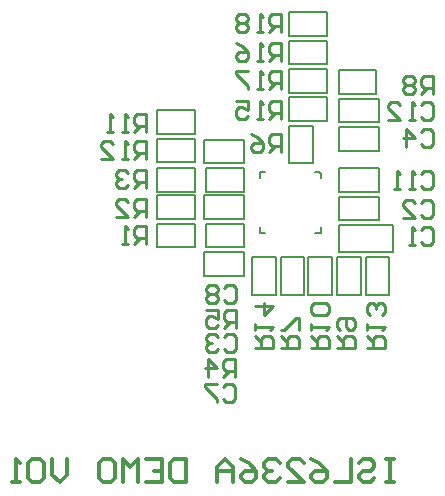
<source format=gbo>
G04 Layer_Color=32896*
%FSLAX44Y44*%
%MOMM*%
G71*
G01*
G75*
%ADD15C,0.3000*%
%ADD23C,0.1500*%
%ADD31C,0.2000*%
%ADD33C,0.2540*%
D15*
X338000Y32994D02*
X331335D01*
X334668D01*
Y13000D01*
X338000D01*
X331335D01*
X308010Y29661D02*
X311342Y32994D01*
X318006D01*
X321339Y29661D01*
Y26329D01*
X318006Y22997D01*
X311342D01*
X308010Y19664D01*
Y16332D01*
X311342Y13000D01*
X318006D01*
X321339Y16332D01*
X301345Y32994D02*
Y13000D01*
X288016D01*
X268023Y32994D02*
X274687Y29661D01*
X281352Y22997D01*
Y16332D01*
X278019Y13000D01*
X271355D01*
X268023Y16332D01*
Y19664D01*
X271355Y22997D01*
X281352D01*
X248029Y13000D02*
X261358D01*
X248029Y26329D01*
Y29661D01*
X251361Y32994D01*
X258026D01*
X261358Y29661D01*
X241364D02*
X238032Y32994D01*
X231368D01*
X228036Y29661D01*
Y26329D01*
X231368Y22997D01*
X234700D01*
X231368D01*
X228036Y19664D01*
Y16332D01*
X231368Y13000D01*
X238032D01*
X241364Y16332D01*
X208042Y32994D02*
X214706Y29661D01*
X221371Y22997D01*
Y16332D01*
X218039Y13000D01*
X211374D01*
X208042Y16332D01*
Y19664D01*
X211374Y22997D01*
X221371D01*
X201377Y13000D02*
Y26329D01*
X194713Y32994D01*
X188048Y26329D01*
Y13000D01*
Y22997D01*
X201377D01*
X161390Y32994D02*
Y13000D01*
X151393D01*
X148061Y16332D01*
Y29661D01*
X151393Y32994D01*
X161390D01*
X128068D02*
X141397D01*
Y13000D01*
X128068D01*
X141397Y22997D02*
X134732D01*
X121403Y13000D02*
Y32994D01*
X114739Y26329D01*
X108074Y32994D01*
Y13000D01*
X91413Y32994D02*
X98077D01*
X101410Y29661D01*
Y16332D01*
X98077Y13000D01*
X91413D01*
X88081Y16332D01*
Y29661D01*
X91413Y32994D01*
X61423D02*
Y19664D01*
X54758Y13000D01*
X48093Y19664D01*
Y32994D01*
X41429Y29661D02*
X38097Y32994D01*
X31432D01*
X28100Y29661D01*
Y16332D01*
X31432Y13000D01*
X38097D01*
X41429Y16332D01*
Y29661D01*
X21435Y13000D02*
X14771D01*
X18103D01*
Y32994D01*
X21435Y29661D01*
D23*
X274000Y276000D02*
X276000Y274000D01*
X271000Y276000D02*
X274000D01*
X224000D02*
X229000D01*
X224000Y271000D02*
Y276000D01*
Y224000D02*
Y229000D01*
Y224000D02*
X229000D01*
X271000D02*
X276000D01*
Y229000D01*
X276000Y271000D02*
Y274000D01*
D31*
X177000Y303000D02*
X211000D01*
Y283000D02*
Y303000D01*
X177000Y283000D02*
Y303000D01*
Y283000D02*
X211000D01*
X177000Y188000D02*
X211000D01*
X177000D02*
Y208000D01*
X211000Y188000D02*
Y208000D01*
X177000D02*
X211000D01*
X177000Y236000D02*
X211000D01*
X177000D02*
Y256000D01*
X211000Y236000D02*
Y256000D01*
X177000D02*
X211000D01*
Y259000D02*
Y279000D01*
X179000D02*
X211000D01*
X179000Y259000D02*
Y279000D01*
Y259000D02*
X211000D01*
X323000Y342000D02*
Y362000D01*
X291000D02*
X323000D01*
X291000Y342000D02*
Y362000D01*
Y342000D02*
X323000D01*
X291000Y318000D02*
X325000D01*
X291000D02*
Y338000D01*
X325000Y318000D02*
Y338000D01*
X291000D02*
X325000D01*
X291000Y314000D02*
X325000D01*
Y294000D02*
Y314000D01*
X291000Y294000D02*
Y314000D01*
Y294000D02*
X325000D01*
X291000Y259000D02*
X325000D01*
X291000D02*
Y279000D01*
X325000Y259000D02*
Y279000D01*
X291000D02*
X325000D01*
X291000Y255000D02*
X325000D01*
Y235000D02*
Y255000D01*
X291000Y235000D02*
Y255000D01*
Y235000D02*
X325000D01*
X337000Y208000D02*
Y231000D01*
X291000Y208000D02*
X337000D01*
X291000D02*
Y231000D01*
X337000D01*
X314000Y204000D02*
X334000D01*
X314000Y172000D02*
Y204000D01*
Y172000D02*
X334000D01*
Y204000D01*
X290000Y172000D02*
X310000D01*
Y204000D01*
X290000D02*
X310000D01*
X290000Y172000D02*
Y204000D01*
X265000D02*
X285000D01*
X265000Y172000D02*
Y204000D01*
Y172000D02*
X285000D01*
Y204000D01*
X242000Y172000D02*
X262000D01*
Y204000D01*
X242000D02*
X262000D01*
X242000Y172000D02*
Y204000D01*
X218000D02*
X238000D01*
X218000Y172000D02*
Y204000D01*
Y172000D02*
X238000D01*
Y204000D01*
X179000Y212000D02*
Y232000D01*
Y212000D02*
X211000D01*
Y232000D01*
X179000D02*
X211000D01*
X169000Y308000D02*
Y328000D01*
X137000D02*
X169000D01*
X137000Y308000D02*
Y328000D01*
Y308000D02*
X169000D01*
X169000Y212000D02*
Y232000D01*
X137000D02*
X169000D01*
X137000Y212000D02*
Y232000D01*
Y212000D02*
X169000D01*
X137000Y236000D02*
Y256000D01*
Y236000D02*
X169000D01*
Y256000D01*
X137000D02*
X169000D01*
Y259000D02*
Y279000D01*
X137000D02*
X169000D01*
X137000Y259000D02*
Y279000D01*
Y259000D02*
X169000D01*
X137000Y284000D02*
Y304000D01*
Y284000D02*
X169000D01*
Y304000D01*
X137000D02*
X169000D01*
X281000Y391000D02*
Y411000D01*
X249000D02*
X281000D01*
X249000Y391000D02*
Y411000D01*
Y391000D02*
X281000D01*
X249000Y367000D02*
Y387000D01*
Y367000D02*
X281000D01*
Y387000D01*
X249000D02*
X281000D01*
X249000Y343000D02*
Y363000D01*
Y343000D02*
X281000D01*
Y363000D01*
X249000D02*
X281000D01*
X249000Y319000D02*
Y339000D01*
Y319000D02*
X281000D01*
Y339000D01*
X249000D02*
X281000D01*
X249000Y283000D02*
X269000D01*
Y315000D01*
X249000D02*
X269000D01*
X249000Y283000D02*
Y315000D01*
D33*
X360843Y226696D02*
X363382Y229235D01*
X368461D01*
X371000Y226696D01*
Y216539D01*
X368461Y214000D01*
X363382D01*
X360843Y216539D01*
X355765Y214000D02*
X350687D01*
X353226D01*
Y229235D01*
X355765Y226696D01*
X360843Y249696D02*
X363382Y252235D01*
X368461D01*
X371000Y249696D01*
Y239539D01*
X368461Y237000D01*
X363382D01*
X360843Y239539D01*
X345608Y237000D02*
X355765D01*
X345608Y247157D01*
Y249696D01*
X348147Y252235D01*
X353226D01*
X355765Y249696D01*
X193843Y135696D02*
X196383Y138235D01*
X201461D01*
X204000Y135696D01*
Y125539D01*
X201461Y123000D01*
X196383D01*
X193843Y125539D01*
X188765Y135696D02*
X186226Y138235D01*
X181147D01*
X178608Y135696D01*
Y133157D01*
X181147Y130618D01*
X183687D01*
X181147D01*
X178608Y128078D01*
Y125539D01*
X181147Y123000D01*
X186226D01*
X188765Y125539D01*
X360843Y309696D02*
X363382Y312235D01*
X368461D01*
X371000Y309696D01*
Y299539D01*
X368461Y297000D01*
X363382D01*
X360843Y299539D01*
X348147Y297000D02*
Y312235D01*
X355765Y304618D01*
X345608D01*
X192843Y93696D02*
X195382Y96235D01*
X200461D01*
X203000Y93696D01*
Y83539D01*
X200461Y81000D01*
X195382D01*
X192843Y83539D01*
X187765Y96235D02*
X177608D01*
Y93696D01*
X187765Y83539D01*
Y81000D01*
X193843Y177696D02*
X196383Y180235D01*
X201461D01*
X204000Y177696D01*
Y167539D01*
X201461Y165000D01*
X196383D01*
X193843Y167539D01*
X188765Y177696D02*
X186226Y180235D01*
X181147D01*
X178608Y177696D01*
Y175157D01*
X181147Y172618D01*
X178608Y170078D01*
Y167539D01*
X181147Y165000D01*
X186226D01*
X188765Y167539D01*
Y170078D01*
X186226Y172618D01*
X188765Y175157D01*
Y177696D01*
X186226Y172618D02*
X181147D01*
X360843Y273696D02*
X363382Y276235D01*
X368461D01*
X371000Y273696D01*
Y263539D01*
X368461Y261000D01*
X363382D01*
X360843Y263539D01*
X355765Y261000D02*
X350687D01*
X353226D01*
Y276235D01*
X355765Y273696D01*
X343069Y261000D02*
X337991D01*
X340530D01*
Y276235D01*
X343069Y273696D01*
X360843Y332696D02*
X363382Y335235D01*
X368461D01*
X371000Y332696D01*
Y322539D01*
X368461Y320000D01*
X363382D01*
X360843Y322539D01*
X355765Y320000D02*
X350687D01*
X353226D01*
Y335235D01*
X355765Y332696D01*
X332912Y320000D02*
X343069D01*
X332912Y330157D01*
Y332696D01*
X335452Y335235D01*
X340530D01*
X343069Y332696D01*
X128000Y215000D02*
Y230235D01*
X120382D01*
X117843Y227696D01*
Y222617D01*
X120382Y220078D01*
X128000D01*
X122922D02*
X117843Y215000D01*
X112765D02*
X107687D01*
X110226D01*
Y230235D01*
X112765Y227696D01*
X128000Y238000D02*
Y253235D01*
X120382D01*
X117843Y250696D01*
Y245618D01*
X120382Y243078D01*
X128000D01*
X122922D02*
X117843Y238000D01*
X102608D02*
X112765D01*
X102608Y248157D01*
Y250696D01*
X105147Y253235D01*
X110226D01*
X112765Y250696D01*
X128000Y262000D02*
Y277235D01*
X120382D01*
X117843Y274696D01*
Y269618D01*
X120382Y267078D01*
X128000D01*
X122922D02*
X117843Y262000D01*
X112765Y274696D02*
X110226Y277235D01*
X105147D01*
X102608Y274696D01*
Y272157D01*
X105147Y269618D01*
X107687D01*
X105147D01*
X102608Y267078D01*
Y264539D01*
X105147Y262000D01*
X110226D01*
X112765Y264539D01*
X203000Y102000D02*
Y117235D01*
X195382D01*
X192843Y114696D01*
Y109618D01*
X195382Y107078D01*
X203000D01*
X197922D02*
X192843Y102000D01*
X180147D02*
Y117235D01*
X187765Y109618D01*
X177608D01*
X204000Y144000D02*
Y159235D01*
X196382D01*
X193843Y156696D01*
Y151618D01*
X196382Y149078D01*
X204000D01*
X198922D02*
X193843Y144000D01*
X178608Y159235D02*
X188765D01*
Y151618D01*
X183687Y154157D01*
X181147D01*
X178608Y151618D01*
Y146539D01*
X181147Y144000D01*
X186226D01*
X188765Y146539D01*
X242000Y293000D02*
Y308235D01*
X234382D01*
X231843Y305696D01*
Y300618D01*
X234382Y298078D01*
X242000D01*
X236922D02*
X231843Y293000D01*
X216608Y308235D02*
X221687Y305696D01*
X226765Y300618D01*
Y295539D01*
X224226Y293000D01*
X219147D01*
X216608Y295539D01*
Y298078D01*
X219147Y300618D01*
X226765D01*
X242000Y127000D02*
X257235D01*
Y134618D01*
X254696Y137157D01*
X249618D01*
X247078Y134618D01*
Y127000D01*
Y132078D02*
X242000Y137157D01*
X257235Y142235D02*
Y152392D01*
X254696D01*
X244539Y142235D01*
X242000D01*
X371000Y342000D02*
Y357235D01*
X363382D01*
X360843Y354696D01*
Y349618D01*
X363382Y347078D01*
X371000D01*
X365922D02*
X360843Y342000D01*
X355765Y354696D02*
X353226Y357235D01*
X348147D01*
X345608Y354696D01*
Y352157D01*
X348147Y349618D01*
X345608Y347078D01*
Y344539D01*
X348147Y342000D01*
X353226D01*
X355765Y344539D01*
Y347078D01*
X353226Y349618D01*
X355765Y352157D01*
Y354696D01*
X353226Y349618D02*
X348147D01*
X290000Y127000D02*
X305235D01*
Y134618D01*
X302696Y137157D01*
X297617D01*
X295078Y134618D01*
Y127000D01*
Y132078D02*
X290000Y137157D01*
X292539Y142235D02*
X290000Y144774D01*
Y149853D01*
X292539Y152392D01*
X302696D01*
X305235Y149853D01*
Y144774D01*
X302696Y142235D01*
X300157D01*
X297617Y144774D01*
Y152392D01*
X268000Y127000D02*
X283235D01*
Y134618D01*
X280696Y137157D01*
X275618D01*
X273078Y134618D01*
Y127000D01*
Y132078D02*
X268000Y137157D01*
Y142235D02*
Y147313D01*
Y144774D01*
X283235D01*
X280696Y142235D01*
Y154931D02*
X283235Y157470D01*
Y162549D01*
X280696Y165088D01*
X270539D01*
X268000Y162549D01*
Y157470D01*
X270539Y154931D01*
X280696D01*
X128000Y310000D02*
Y325235D01*
X120382D01*
X117843Y322696D01*
Y317617D01*
X120382Y315078D01*
X128000D01*
X122922D02*
X117843Y310000D01*
X112765D02*
X107687D01*
X110226D01*
Y325235D01*
X112765Y322696D01*
X100069Y310000D02*
X94991D01*
X97530D01*
Y325235D01*
X100069Y322696D01*
X128000Y287000D02*
Y302235D01*
X120382D01*
X117843Y299696D01*
Y294618D01*
X120382Y292078D01*
X128000D01*
X122922D02*
X117843Y287000D01*
X112765D02*
X107687D01*
X110226D01*
Y302235D01*
X112765Y299696D01*
X89912Y287000D02*
X100069D01*
X89912Y297157D01*
Y299696D01*
X92451Y302235D01*
X97530D01*
X100069Y299696D01*
X315000Y127000D02*
X330235D01*
Y134618D01*
X327696Y137157D01*
X322617D01*
X320078Y134618D01*
Y127000D01*
Y132078D02*
X315000Y137157D01*
Y142235D02*
Y147313D01*
Y144774D01*
X330235D01*
X327696Y142235D01*
Y154931D02*
X330235Y157470D01*
Y162549D01*
X327696Y165088D01*
X325157D01*
X322617Y162549D01*
Y160009D01*
Y162549D01*
X320078Y165088D01*
X317539D01*
X315000Y162549D01*
Y157470D01*
X317539Y154931D01*
X220000Y127000D02*
X235235D01*
Y134618D01*
X232696Y137157D01*
X227617D01*
X225078Y134618D01*
Y127000D01*
Y132078D02*
X220000Y137157D01*
Y142235D02*
Y147313D01*
Y144774D01*
X235235D01*
X232696Y142235D01*
X220000Y162549D02*
X235235D01*
X227617Y154931D01*
Y165088D01*
X242000Y321000D02*
Y336235D01*
X234382D01*
X231843Y333696D01*
Y328618D01*
X234382Y326078D01*
X242000D01*
X236922D02*
X231843Y321000D01*
X226765D02*
X221687D01*
X224226D01*
Y336235D01*
X226765Y333696D01*
X203912Y336235D02*
X214069D01*
Y328618D01*
X208991Y331157D01*
X206451D01*
X203912Y328618D01*
Y323539D01*
X206451Y321000D01*
X211530D01*
X214069Y323539D01*
X242000Y370000D02*
Y385235D01*
X234382D01*
X231843Y382696D01*
Y377617D01*
X234382Y375078D01*
X242000D01*
X236922D02*
X231843Y370000D01*
X226765D02*
X221687D01*
X224226D01*
Y385235D01*
X226765Y382696D01*
X203912Y385235D02*
X208991Y382696D01*
X214069Y377617D01*
Y372539D01*
X211530Y370000D01*
X206451D01*
X203912Y372539D01*
Y375078D01*
X206451Y377617D01*
X214069D01*
X242000Y346000D02*
Y361235D01*
X234382D01*
X231843Y358696D01*
Y353618D01*
X234382Y351078D01*
X242000D01*
X236922D02*
X231843Y346000D01*
X226765D02*
X221687D01*
X224226D01*
Y361235D01*
X226765Y358696D01*
X214069Y361235D02*
X203912D01*
Y358696D01*
X214069Y348539D01*
Y346000D01*
X242000Y394000D02*
Y409235D01*
X234382D01*
X231843Y406696D01*
Y401618D01*
X234382Y399078D01*
X242000D01*
X236922D02*
X231843Y394000D01*
X226765D02*
X221687D01*
X224226D01*
Y409235D01*
X226765Y406696D01*
X214069D02*
X211530Y409235D01*
X206451D01*
X203912Y406696D01*
Y404157D01*
X206451Y401618D01*
X203912Y399078D01*
Y396539D01*
X206451Y394000D01*
X211530D01*
X214069Y396539D01*
Y399078D01*
X211530Y401618D01*
X214069Y404157D01*
Y406696D01*
X211530Y401618D02*
X206451D01*
M02*

</source>
